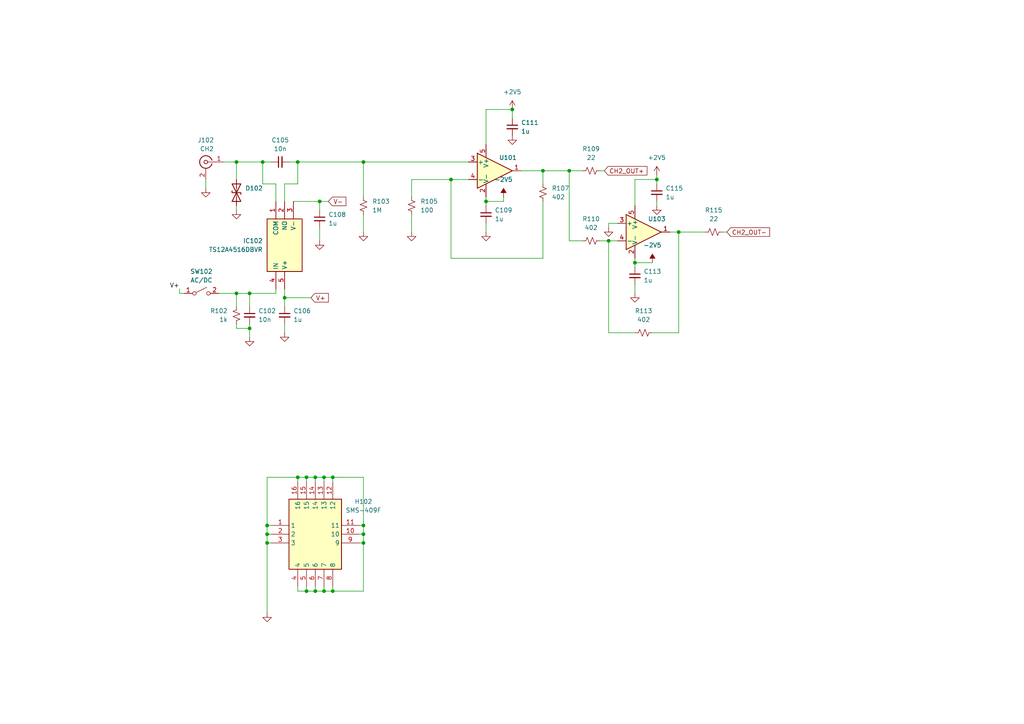
<source format=kicad_sch>
(kicad_sch (version 20230121) (generator eeschema)
  (paper "A4")
  (lib_symbols
    (symbol "Amplifier_Operational:OPA356xxDBV" (pin_names (offset 0.127))
      (property "Reference" "U" (at -1.27 6.35 0))
      (property "Value" "OPA356xxDBV" (at -1.27 3.81 0))
      (symbol "OPA356xxDBV_0_1"
        (polyline (pts (xy -5.08 5.08) (xy 5.08 0) (xy -5.08 -5.08) (xy -5.08 5.08)) (stroke (width 0.254)) (fill (type background)))
        (pin power_in line (at -2.54 -7.62 90) (length 3.81) (name "V-") (number "2"))
        (pin power_in line (at -2.54 7.62 270) (length 3.81) (name "V+") (number "5"))
      )
      (symbol "OPA356xxDBV_1_1"
        (pin output line (at 7.62 0 180) (length 2.54) (name "~") (number "1"))
        (pin input line (at -7.62 2.54 0) (length 2.54) (name "+") (number "3"))
        (pin input line (at -7.62 -2.54 0) (length 2.54) (name "-") (number "4"))
      )
    )
    (symbol "Connector:Conn_Coaxial" (pin_names (offset 1.016) hide)
      (property "Reference" "J" (at 0.254 3.048 0))
      (property "Value" "Conn_Coaxial" (at 2.921 0 90))
      (symbol "Conn_Coaxial_0_1"
        (arc (start -1.778 -0.508) (mid 0.2311 -1.8066) (end 1.778 0) (stroke (width 0.254)))
        (polyline (pts (xy -2.54 0) (xy -0.508 0)))
        (polyline (pts (xy 0 -2.54) (xy 0 -1.778)))
        (circle (center 0 0) (radius 0.508) (stroke (width 0.2032)))
        (arc (start 1.778 0) (mid 0.2099 1.8101) (end -1.778 0.508) (stroke (width 0.254)))
      )
      (symbol "Conn_Coaxial_1_1"
        (pin passive line (at -5.08 0 0) (length 2.54) (name "In") (number "1"))
        (pin passive line (at 0 -5.08 90) (length 2.54) (name "Ext") (number "2"))
      )
    )
    (symbol "Device:C_Small" (pin_numbers hide) (pin_names (offset 0.254) hide)
      (property "Reference" "C" (at 0.254 1.778 0))
      (property "Value" "C_Small" (at 0.254 -2.032 0))
      (symbol "C_Small_0_1"
        (polyline (pts (xy -1.524 -0.508) (xy 1.524 -0.508)) (stroke (width 0.3302)))
        (polyline (pts (xy -1.524 0.508) (xy 1.524 0.508)) (stroke (width 0.3048)))
      )
      (symbol "C_Small_1_1"
        (pin passive line (at 0 2.54 270) (length 2.032) (name "~") (number "1"))
        (pin passive line (at 0 -2.54 90) (length 2.032) (name "~") (number "2"))
      )
    )
    (symbol "Device:D_TVS" (pin_numbers hide) (pin_names (offset 1.016) hide)
      (property "Reference" "D" (at 0 2.54 0))
      (property "Value" "D_TVS" (at 0 -2.54 0))
      (symbol "D_TVS_0_1"
        (polyline (pts (xy 1.27 0) (xy -1.27 0)))
        (polyline (pts (xy 0.508 1.27) (xy 0 1.27) (xy 0 -1.27) (xy -0.508 -1.27)) (stroke (width 0.254)))
        (polyline (pts (xy -2.54 1.27) (xy -2.54 -1.27) (xy 2.54 1.27) (xy 2.54 -1.27) (xy -2.54 1.27)) (stroke (width 0.254)))
      )
      (symbol "D_TVS_1_1"
        (pin passive line (at -3.81 0 0) (length 2.54) (name "A1") (number "1"))
        (pin passive line (at 3.81 0 180) (length 2.54) (name "A2") (number "2"))
      )
    )
    (symbol "Device:R_Small_US" (pin_numbers hide) (pin_names (offset 0.254) hide)
      (property "Reference" "R" (at 0.762 0.508 0))
      (property "Value" "R_Small_US" (at 0.762 -1.016 0))
      (symbol "R_Small_US_1_1"
        (polyline (pts (xy 0 0) (xy 1.016 -0.381) (xy 0 -0.762) (xy -1.016 -1.143) (xy 0 -1.524)))
        (polyline (pts (xy 0 1.524) (xy 1.016 1.143) (xy 0 0.762) (xy -1.016 0.381) (xy 0 0)))
        (pin passive line (at 0 2.54 270) (length 1.016) (name "~") (number "1"))
        (pin passive line (at 0 -2.54 90) (length 1.016) (name "~") (number "2"))
      )
    )
    (symbol "SMS409F:SMS-409F"
      (property "Reference" "H" (at 21.59 12.7 0))
      (property "Value" "SMS-409F" (at 21.59 10.16 0))
      (symbol "SMS-409F_1_1"
        (rectangle (start 5.08 7.62) (end 20.32 -12.7) (stroke (width 0.254)) (fill (type background)))
        (pin passive line (at 0 0 0) (length 5.08) (name "1") (number "1"))
        (pin passive line (at 25.4 -2.54 180) (length 5.08) (name "10") (number "10"))
        (pin passive line (at 25.4 0 180) (length 5.08) (name "11") (number "11"))
        (pin passive line (at 17.78 12.7 270) (length 5.08) (name "12") (number "12"))
        (pin passive line (at 15.24 12.7 270) (length 5.08) (name "13") (number "13"))
        (pin passive line (at 12.7 12.7 270) (length 5.08) (name "14") (number "14"))
        (pin passive line (at 10.16 12.7 270) (length 5.08) (name "15") (number "15"))
        (pin passive line (at 7.62 12.7 270) (length 5.08) (name "16") (number "16"))
        (pin passive line (at 0 -2.54 0) (length 5.08) (name "2") (number "2"))
        (pin passive line (at 0 -5.08 0) (length 5.08) (name "3") (number "3"))
        (pin passive line (at 7.62 -17.78 90) (length 5.08) (name "4") (number "4"))
        (pin passive line (at 10.16 -17.78 90) (length 5.08) (name "5") (number "5"))
        (pin passive line (at 12.7 -17.78 90) (length 5.08) (name "6") (number "6"))
        (pin passive line (at 15.24 -17.78 90) (length 5.08) (name "7") (number "7"))
        (pin passive line (at 17.78 -17.78 90) (length 5.08) (name "8") (number "8"))
        (pin passive line (at 25.4 -5.08 180) (length 5.08) (name "9") (number "9"))
      )
    )
    (symbol "Switch:SW_SPST" (pin_names (offset 0) hide)
      (property "Reference" "SW" (at 0 3.175 0))
      (property "Value" "SW_SPST" (at 0 -2.54 0))
      (symbol "SW_SPST_0_0"
        (circle (center -2.032 0) (radius 0.508))
        (polyline (pts (xy -1.524 0.254) (xy 1.524 1.778)))
        (circle (center 2.032 0) (radius 0.508))
      )
      (symbol "SW_SPST_1_1"
        (pin passive line (at -5.08 0 0) (length 2.54) (name "A") (number "1"))
        (pin passive line (at 5.08 0 180) (length 2.54) (name "B") (number "2"))
      )
    )
    (symbol "TS12A4516:TS12A4516DBVR"
      (property "Reference" "IC" (at 21.59 7.62 0))
      (property "Value" "TS12A4516DBVR" (at 21.59 5.08 0))
      (symbol "TS12A4516DBVR_1_1"
        (rectangle (start 5.08 2.54) (end 20.32 -7.62) (stroke (width 0.254)) (fill (type background)))
        (pin passive line (at 0 0 0) (length 5.08) (name "COM") (number "1"))
        (pin passive line (at 0 -2.54 0) (length 5.08) (name "NO") (number "2"))
        (pin passive line (at 0 -5.08 0) (length 5.08) (name "V-") (number "3"))
        (pin passive line (at 25.4 0 180) (length 5.08) (name "IN") (number "4"))
        (pin passive line (at 25.4 -2.54 180) (length 5.08) (name "V+") (number "5"))
      )
    )
    (symbol "power:+2V5" (power) (pin_names (offset 0))
      (property "Value" "+2V5" (at 0 3.556 0))
      (symbol "+2V5_0_1"
        (polyline (pts (xy -0.762 1.27) (xy 0 2.54)))
        (polyline (pts (xy 0 0) (xy 0 2.54)))
        (polyline (pts (xy 0 2.54) (xy 0.762 1.27)))
      )
      (symbol "+2V5_1_1"
        (pin power_in line (at 0 0 90) (length 0) hide (name "+2V5") (number "1"))
      )
    )
    (symbol "power:-2V5" (power) (pin_names (offset 0))
      (property "Value" "-2V5" (at 0 3.81 0))
      (symbol "-2V5_0_0"
        (pin power_in line (at 0 0 90) (length 0) hide (name "-2V5") (number "1"))
      )
      (symbol "-2V5_0_1"
        (polyline (pts (xy 0 0) (xy 0 1.27) (xy 0.762 1.27) (xy 0 2.54) (xy -0.762 1.27) (xy 0 1.27)) (fill (type outline)))
      )
    )
    (symbol "power:GND" (power) (pin_names (offset 0))
      (property "Value" "GND" (at 0 -3.81 0))
      (symbol "GND_0_1"
        (polyline (pts (xy 0 0) (xy 0 -1.27) (xy 1.27 -1.27) (xy 0 -2.54) (xy -1.27 -1.27) (xy 0 -1.27)))
      )
      (symbol "GND_1_1"
        (pin power_in line (at 0 0 270) (length 0) hide (name "GND") (number "1"))
      )
    )
  )
  (junction (at 86.36 138.43))
  (junction (at 91.44 138.43))
  (junction (at 184.15 76.2))
  (junction (at 68.58 85.09))
  (junction (at 130.81 52.07))
  (junction (at 157.48 49.53))
  (junction (at 82.55 86.36))
  (junction (at 96.52 138.43))
  (junction (at 77.47 152.4))
  (junction (at 91.44 171.45))
  (junction (at 77.47 157.48))
  (junction (at 165.1 49.53))
  (junction (at 96.52 171.45))
  (junction (at 176.53 69.85))
  (junction (at 68.58 46.99))
  (junction (at 77.47 154.94))
  (junction (at 88.9 171.45))
  (junction (at 196.85 67.31))
  (junction (at 92.71 58.42))
  (junction (at 140.97 58.42))
  (junction (at 88.9 138.43))
  (junction (at 190.5 52.07))
  (junction (at 105.41 152.4))
  (junction (at 105.41 154.94))
  (junction (at 105.41 157.48))
  (junction (at 93.98 171.45))
  (junction (at 72.39 85.09))
  (junction (at 76.2 46.99))
  (junction (at 93.98 138.43))
  (junction (at 72.39 95.25))
  (junction (at 86.36 46.99))
  (junction (at 105.41 46.99))
  (junction (at 148.59 31.75))
  (wire (pts (xy 77.47 152.4) (xy 77.47 138.43)))
  (wire (pts (xy 68.58 59.69) (xy 68.58 60.96)))
  (wire (pts (xy 165.1 49.53) (xy 165.1 69.85)))
  (wire (pts (xy 105.41 157.48) (xy 105.41 171.45)))
  (wire (pts (xy 140.97 58.42) (xy 146.05 58.42)))
  (wire (pts (xy 82.55 53.34) (xy 86.36 53.34)))
  (wire (pts (xy 83.82 46.99) (xy 86.36 46.99)))
  (wire (pts (xy 68.58 46.99) (xy 68.58 52.07)))
  (wire (pts (xy 72.39 95.25) (xy 72.39 97.79)))
  (wire (pts (xy 59.69 52.07) (xy 59.69 54.61)))
  (wire (pts (xy 92.71 66.04) (xy 92.71 69.85)))
  (wire (pts (xy 92.71 58.42) (xy 95.25 58.42)))
  (wire (pts (xy 148.59 34.29) (xy 148.59 31.75)))
  (wire (pts (xy 157.48 74.93) (xy 130.81 74.93)))
  (wire (pts (xy 140.97 64.77) (xy 140.97 67.31)))
  (wire (pts (xy 140.97 58.42) (xy 140.97 59.69)))
  (wire (pts (xy 184.15 96.52) (xy 176.53 96.52)))
  (wire (pts (xy 176.53 64.77) (xy 176.53 66.04)))
  (wire (pts (xy 88.9 170.18) (xy 88.9 171.45)))
  (wire (pts (xy 91.44 138.43) (xy 93.98 138.43)))
  (wire (pts (xy 209.55 67.31) (xy 210.82 67.31)))
  (wire (pts (xy 135.89 52.07) (xy 130.81 52.07)))
  (wire (pts (xy 157.48 58.42) (xy 157.48 74.93)))
  (wire (pts (xy 184.15 74.93) (xy 184.15 76.2)))
  (wire (pts (xy 91.44 170.18) (xy 91.44 171.45)))
  (wire (pts (xy 93.98 138.43) (xy 96.52 138.43)))
  (wire (pts (xy 93.98 138.43) (xy 93.98 139.7)))
  (wire (pts (xy 53.34 85.09) (xy 52.07 85.09)))
  (wire (pts (xy 92.71 60.96) (xy 92.71 58.42)))
  (wire (pts (xy 165.1 49.53) (xy 168.91 49.53)))
  (wire (pts (xy 105.41 152.4) (xy 105.41 154.94)))
  (wire (pts (xy 88.9 171.45) (xy 86.36 171.45)))
  (wire (pts (xy 104.14 152.4) (xy 105.41 152.4)))
  (wire (pts (xy 157.48 49.53) (xy 157.48 53.34)))
  (wire (pts (xy 76.2 46.99) (xy 78.74 46.99)))
  (wire (pts (xy 140.97 31.75) (xy 140.97 41.91)))
  (wire (pts (xy 184.15 76.2) (xy 184.15 77.47)))
  (wire (pts (xy 86.36 46.99) (xy 86.36 53.34)))
  (wire (pts (xy 86.36 138.43) (xy 88.9 138.43)))
  (wire (pts (xy 96.52 170.18) (xy 96.52 171.45)))
  (wire (pts (xy 86.36 138.43) (xy 86.36 139.7)))
  (wire (pts (xy 194.31 67.31) (xy 196.85 67.31)))
  (wire (pts (xy 77.47 154.94) (xy 77.47 152.4)))
  (wire (pts (xy 190.5 58.42) (xy 190.5 59.69)))
  (wire (pts (xy 130.81 52.07) (xy 119.38 52.07)))
  (wire (pts (xy 104.14 154.94) (xy 105.41 154.94)))
  (wire (pts (xy 173.99 49.53) (xy 175.26 49.53)))
  (wire (pts (xy 105.41 62.23) (xy 105.41 67.31)))
  (wire (pts (xy 77.47 152.4) (xy 78.74 152.4)))
  (wire (pts (xy 72.39 85.09) (xy 80.01 85.09)))
  (wire (pts (xy 190.5 50.8) (xy 190.5 52.07)))
  (wire (pts (xy 184.15 52.07) (xy 190.5 52.07)))
  (wire (pts (xy 176.53 69.85) (xy 179.07 69.85)))
  (wire (pts (xy 77.47 177.8) (xy 77.47 157.48)))
  (wire (pts (xy 86.36 46.99) (xy 105.41 46.99)))
  (wire (pts (xy 119.38 52.07) (xy 119.38 57.15)))
  (wire (pts (xy 68.58 46.99) (xy 76.2 46.99)))
  (wire (pts (xy 64.77 46.99) (xy 68.58 46.99)))
  (wire (pts (xy 68.58 95.25) (xy 72.39 95.25)))
  (wire (pts (xy 148.59 31.75) (xy 140.97 31.75)))
  (wire (pts (xy 173.99 69.85) (xy 176.53 69.85)))
  (wire (pts (xy 176.53 96.52) (xy 176.53 69.85)))
  (wire (pts (xy 184.15 59.69) (xy 184.15 52.07)))
  (wire (pts (xy 104.14 157.48) (xy 105.41 157.48)))
  (wire (pts (xy 82.55 86.36) (xy 82.55 83.82)))
  (wire (pts (xy 72.39 93.98) (xy 72.39 95.25)))
  (wire (pts (xy 77.47 157.48) (xy 77.47 154.94)))
  (wire (pts (xy 82.55 86.36) (xy 82.55 88.9)))
  (wire (pts (xy 80.01 85.09) (xy 80.01 83.82)))
  (wire (pts (xy 184.15 82.55) (xy 184.15 85.09)))
  (wire (pts (xy 189.23 96.52) (xy 196.85 96.52)))
  (wire (pts (xy 96.52 171.45) (xy 93.98 171.45)))
  (wire (pts (xy 119.38 62.23) (xy 119.38 67.31)))
  (wire (pts (xy 91.44 138.43) (xy 91.44 139.7)))
  (wire (pts (xy 86.36 171.45) (xy 86.36 170.18)))
  (wire (pts (xy 52.07 85.09) (xy 52.07 83.82)))
  (wire (pts (xy 72.39 85.09) (xy 72.39 88.9)))
  (wire (pts (xy 96.52 138.43) (xy 96.52 139.7)))
  (wire (pts (xy 190.5 52.07) (xy 190.5 53.34)))
  (wire (pts (xy 93.98 170.18) (xy 93.98 171.45)))
  (wire (pts (xy 179.07 64.77) (xy 176.53 64.77)))
  (wire (pts (xy 88.9 138.43) (xy 88.9 139.7)))
  (wire (pts (xy 63.5 85.09) (xy 68.58 85.09)))
  (wire (pts (xy 68.58 88.9) (xy 68.58 85.09)))
  (wire (pts (xy 76.2 46.99) (xy 76.2 53.34)))
  (wire (pts (xy 105.41 57.15) (xy 105.41 46.99)))
  (wire (pts (xy 77.47 157.48) (xy 78.74 157.48)))
  (wire (pts (xy 68.58 85.09) (xy 72.39 85.09)))
  (wire (pts (xy 151.13 49.53) (xy 157.48 49.53)))
  (wire (pts (xy 105.41 138.43) (xy 105.41 152.4)))
  (wire (pts (xy 80.01 53.34) (xy 76.2 53.34)))
  (wire (pts (xy 77.47 154.94) (xy 78.74 154.94)))
  (wire (pts (xy 88.9 138.43) (xy 91.44 138.43)))
  (wire (pts (xy 130.81 74.93) (xy 130.81 52.07)))
  (wire (pts (xy 105.41 154.94) (xy 105.41 157.48)))
  (wire (pts (xy 146.05 57.15) (xy 146.05 58.42)))
  (wire (pts (xy 96.52 138.43) (xy 105.41 138.43)))
  (wire (pts (xy 93.98 171.45) (xy 91.44 171.45)))
  (wire (pts (xy 82.55 58.42) (xy 82.55 53.34)))
  (wire (pts (xy 82.55 93.98) (xy 82.55 96.52)))
  (wire (pts (xy 140.97 57.15) (xy 140.97 58.42)))
  (wire (pts (xy 80.01 53.34) (xy 80.01 58.42)))
  (wire (pts (xy 196.85 67.31) (xy 204.47 67.31)))
  (wire (pts (xy 184.15 76.2) (xy 189.23 76.2)))
  (wire (pts (xy 168.91 69.85) (xy 165.1 69.85)))
  (wire (pts (xy 82.55 86.36) (xy 90.17 86.36)))
  (wire (pts (xy 77.47 138.43) (xy 86.36 138.43)))
  (wire (pts (xy 196.85 67.31) (xy 196.85 96.52)))
  (wire (pts (xy 105.41 46.99) (xy 135.89 46.99)))
  (wire (pts (xy 85.09 58.42) (xy 92.71 58.42)))
  (wire (pts (xy 105.41 171.45) (xy 96.52 171.45)))
  (wire (pts (xy 91.44 171.45) (xy 88.9 171.45)))
  (wire (pts (xy 68.58 93.98) (xy 68.58 95.25)))
  (wire (pts (xy 157.48 49.53) (xy 165.1 49.53)))
  (label "V+" (at 52.07 83.82 180))
  (global_label "CH2_OUT+" (shape input) (at 175.26 49.53 0) (property "Intersheetrefs" "${INTERSHEET_REFS}" (effects hide)))
  (global_label "V+" (shape input) (at 90.17 86.36 0) (property "Intersheetrefs" "${INTERSHEET_REFS}" (effects hide)))
  (global_label "CH2_OUT-" (shape input) (at 210.82 67.31 0) (property "Intersheetrefs" "${INTERSHEET_REFS}" (effects hide)))
  (global_label "V-" (shape input) (at 95.25 58.42 0) (property "Intersheetrefs" "${INTERSHEET_REFS}" (effects hide)))
  (symbol (lib_id "power:GND") (at 92.71 69.85 0) (unit 1)
    (property "Reference" "#PWR0108" (effects hide))
    (property "Value" "GND" (effects hide))
    (instances (project "AD3 Front End Amplifier" (path "" (reference "#PWR0108") (unit 1)) (path "" (reference "#PWR0306") (unit 1))))
  )
  (symbol (lib_id "power:+2V5") (at 148.59 31.75 0) (unit 1)
    (property "Reference" "#PWR0117" (effects hide))
    (property "Value" "+2V5" (at 148.59 26.67 0))
    (instances (project "AD3 Front End Amplifier" (path "" (reference "#PWR0117") (unit 1)) (path "" (reference "#PWR0311") (unit 1))))
  )
  (symbol (lib_id "TS12A4516:TS12A4516DBVR") (at 80.01 58.42 90) (mirror x) (unit 1)
    (property "Reference" "IC102" (at 76.2 69.85 90) (effects (justify left)))
    (property "Value" "TS12A4516DBVR" (at 76.2 72.39 90) (effects (justify left)))
    (property "Footprint" "SOT95P280X145-5N" (effects hide))
    (property "Datasheet" "http://www.ti.com/lit/gpn/ts12a4516" (effects hide))
    (property "Height" "1.45" (effects hide))
    (property "Mouser Part Number" "595-TS12A4516DBVR" (effects hide))
    (property "Mouser Price/Stock" "https://www.mouser.co.uk/ProductDetail/Texas-Instruments/TS12A4516DBVR?qs=dqESbKqT1jaKM3WQIV4F8g%3D%3D" (effects hide))
    (property "Manufacturer_Name" "Texas Instruments" (effects hide))
    (property "Manufacturer_Part_Number" "TS12A4516DBVR" (effects hide))
    (instances (project "AD3 Front End Amplifier" (path "" (reference "IC102") (unit 1)) (path "" (reference "IC301") (unit 1))))
  )
  (symbol (lib_id "Device:R_Small_US") (at 171.45 69.85 270) (unit 1)
    (property "Reference" "R110" (at 171.45 63.5 90))
    (property "Value" "402" (at 171.45 66.04 90))
    (property "Footprint" "Resistor_SMD:R_0402_1005Metric_Pad0.72x0.64mm_HandSolder" (effects hide))
    (instances (project "AD3 Front End Amplifier" (path "" (reference "R110") (unit 1)) (path "" (reference "R306") (unit 1))))
  )
  (symbol (lib_id "power:GND") (at 72.39 97.79 0) (unit 1)
    (property "Reference" "#PWR0104" (effects hide))
    (property "Value" "GND" (effects hide))
    (instances (project "AD3 Front End Amplifier" (path "" (reference "#PWR0104") (unit 1)) (path "" (reference "#PWR0303") (unit 1))))
  )
  (symbol (lib_id "Device:D_TVS") (at 68.58 55.88 90) (unit 1)
    (property "Reference" "D102" (at 71.12 54.61 90) (effects (justify right)))
    (property "Value" "D_TVS" (effects hide))
    (property "Footprint" "Diode_SMD:D_0402_1005Metric_Pad0.77x0.64mm_HandSolder" (effects hide))
    (property "Part Number" "ESDSLC5V0LB-TP" (effects hide))
    (instances (project "AD3 Front End Amplifier" (path "" (reference "D102") (unit 1)) (path "" (reference "D301") (unit 1))))
  )
  (symbol (lib_id "Device:C_Small") (at 140.97 62.23 0) (unit 1)
    (property "Reference" "C109" (at 143.51 60.9663 0) (effects (justify left)))
    (property "Value" "1u" (at 143.51 63.5 0) (effects (justify left)))
    (property "Footprint" "Capacitor_SMD:C_0402_1005Metric_Pad0.74x0.62mm_HandSolder" (effects hide))
    (instances (project "AD3 Front End Amplifier" (path "" (reference "C109") (unit 1)) (path "" (reference "C305") (unit 1))))
  )
  (symbol (lib_id "Device:C_Small") (at 190.5 55.88 0) (unit 1)
    (property "Reference" "C115" (at 193.04 54.6163 0) (effects (justify left)))
    (property "Value" "1u" (at 193.04 57.15 0) (effects (justify left)))
    (property "Footprint" "Capacitor_SMD:C_0402_1005Metric_Pad0.74x0.62mm_HandSolder" (effects hide))
    (instances (project "AD3 Front End Amplifier" (path "" (reference "C115") (unit 1)) (path "" (reference "C308") (unit 1))))
  )
  (symbol (lib_id "Amplifier_Operational:OPA356xxDBV") (at 143.51 49.53 0) (unit 1)
    (property "Reference" "U101" (at 147.32 45.72 0))
    (property "Value" "OPA356xxDBV" (effects hide))
    (property "Footprint" "Package_TO_SOT_SMD:SOT-23-5" (effects hide))
    (property "Datasheet" "http://www.ti.com/lit/ds/symlink/opa356.pdf" (effects hide))
    (instances (project "AD3 Front End Amplifier" (path "" (reference "U101") (unit 1)) (path "" (reference "U301") (unit 1))))
  )
  (symbol (lib_id "power:GND") (at 105.41 67.31 0) (unit 1)
    (property "Reference" "#PWR0109" (effects hide))
    (property "Value" "GND" (effects hide))
    (instances (project "AD3 Front End Amplifier" (path "" (reference "#PWR0109") (unit 1)) (path "" (reference "#PWR0307") (unit 1))))
  )
  (symbol (lib_id "Device:C_Small") (at 92.71 63.5 0) (unit 1)
    (property "Reference" "C108" (at 95.25 62.2363 0) (effects (justify left)))
    (property "Value" "1u" (at 95.25 64.77 0) (effects (justify left)))
    (property "Footprint" "Capacitor_SMD:C_0402_1005Metric_Pad0.74x0.62mm_HandSolder" (effects hide))
    (instances (project "AD3 Front End Amplifier" (path "" (reference "C108") (unit 1)) (path "" (reference "C304") (unit 1))))
  )
  (symbol (lib_id "power:GND") (at 140.97 67.31 0) (unit 1)
    (property "Reference" "#PWR0113" (effects hide))
    (property "Value" "GND" (effects hide))
    (instances (project "AD3 Front End Amplifier" (path "" (reference "#PWR0113") (unit 1)) (path "" (reference "#PWR0309") (unit 1))))
  )
  (symbol (lib_id "Device:R_Small_US") (at 119.38 59.69 0) (unit 1)
    (property "Reference" "R105" (at 121.92 58.42 0) (effects (justify left)))
    (property "Value" "100" (at 121.92 60.96 0) (effects (justify left)))
    (property "Footprint" "Resistor_SMD:R_0402_1005Metric_Pad0.72x0.64mm_HandSolder" (effects hide))
    (instances (project "AD3 Front End Amplifier" (path "" (reference "R105") (unit 1)) (path "" (reference "R303") (unit 1))))
  )
  (symbol (lib_id "power:-2V5") (at 189.23 76.2 0) (unit 1)
    (property "Reference" "#PWR0125" (effects hide))
    (property "Value" "-2V5" (at 189.23 71.12 0))
    (instances (project "AD3 Front End Amplifier" (path "" (reference "#PWR0125") (unit 1)) (path "" (reference "#PWR0315") (unit 1))))
  )
  (symbol (lib_id "Device:R_Small_US") (at 68.58 91.44 0) (mirror y) (unit 1)
    (property "Reference" "R102" (at 66.04 90.17 0) (effects (justify left)))
    (property "Value" "1k" (at 66.04 92.71 0) (effects (justify left)))
    (property "Footprint" "Resistor_SMD:R_0402_1005Metric_Pad0.72x0.64mm_HandSolder" (effects hide))
    (instances (project "AD3 Front End Amplifier" (path "" (reference "R102") (unit 1)) (path "" (reference "R301") (unit 1))))
  )
  (symbol (lib_id "Device:R_Small_US") (at 105.41 59.69 0) (unit 1)
    (property "Reference" "R103" (at 107.95 58.42 0) (effects (justify left)))
    (property "Value" "1M" (at 107.95 60.96 0) (effects (justify left)))
    (property "Footprint" "Resistor_SMD:R_0805_2012Metric_Pad1.20x1.40mm_HandSolder" (effects hide))
    (instances (project "AD3 Front End Amplifier" (path "" (reference "R103") (unit 1)) (path "" (reference "R302") (unit 1))))
  )
  (symbol (lib_id "Device:C_Small") (at 82.55 91.44 0) (unit 1)
    (property "Reference" "C106" (at 85.09 90.1763 0) (effects (justify left)))
    (property "Value" "1u" (at 85.09 92.71 0) (effects (justify left)))
    (property "Footprint" "Capacitor_SMD:C_0402_1005Metric_Pad0.74x0.62mm_HandSolder" (effects hide))
    (instances (project "AD3 Front End Amplifier" (path "" (reference "C106") (unit 1)) (path "" (reference "C303") (unit 1))))
  )
  (symbol (lib_id "Device:R_Small_US") (at 171.45 49.53 90) (unit 1)
    (property "Reference" "R109" (at 171.45 43.18 90))
    (property "Value" "22" (at 171.45 45.72 90))
    (property "Footprint" "Resistor_SMD:R_0402_1005Metric_Pad0.72x0.64mm_HandSolder" (effects hide))
    (instances (project "AD3 Front End Amplifier" (path "" (reference "R109") (unit 1)) (path "" (reference "R305") (unit 1))))
  )
  (symbol (lib_id "power:+2V5") (at 190.5 50.8 0) (unit 1)
    (property "Reference" "#PWR0126" (effects hide))
    (property "Value" "+2V5" (at 190.5 45.72 0))
    (instances (project "AD3 Front End Amplifier" (path "" (reference "#PWR0126") (unit 1)) (path "" (reference "#PWR0316") (unit 1))))
  )
  (symbol (lib_id "Device:R_Small_US") (at 186.69 96.52 270) (unit 1)
    (property "Reference" "R113" (at 186.69 90.17 90))
    (property "Value" "402" (at 186.69 92.71 90))
    (property "Footprint" "Resistor_SMD:R_0402_1005Metric_Pad0.72x0.64mm_HandSolder" (effects hide))
    (instances (project "AD3 Front End Amplifier" (path "" (reference "R113") (unit 1)) (path "" (reference "R307") (unit 1))))
  )
  (symbol (lib_id "Device:C_Small") (at 81.28 46.99 90) (unit 1)
    (property "Reference" "C105" (at 81.2863 40.64 90))
    (property "Value" "10n" (at 81.2863 43.18 90))
    (property "Footprint" "Capacitor_SMD:C_0805_2012Metric_Pad1.18x1.45mm_HandSolder" (effects hide))
    (property "Part Number" "ECH-U1C103JX5" (effects hide))
    (instances (project "AD3 Front End Amplifier" (path "" (reference "C105") (unit 1)) (path "" (reference "C302") (unit 1))))
  )
  (symbol (lib_id "Connector:Conn_Coaxial") (at 59.69 46.99 0) (mirror y) (unit 1)
    (property "Reference" "J102" (at 59.69 40.64 0))
    (property "Value" "CH2" (at 60.0074 43.18 0))
    (property "Footprint" "Connector_Coaxial:BNC_Amphenol_B6252HB-NPP3G-50_Horizontal" (effects hide))
    (property "Datasheet" " ~" (effects hide))
    (instances (project "AD3 Front End Amplifier" (path "" (reference "J102") (unit 1)) (path "" (reference "J301") (unit 1))))
  )
  (symbol (lib_id "Device:C_Small") (at 148.59 36.83 0) (unit 1)
    (property "Reference" "C111" (at 151.13 35.5663 0) (effects (justify left)))
    (property "Value" "1u" (at 151.13 38.1 0) (effects (justify left)))
    (property "Footprint" "Capacitor_SMD:C_0402_1005Metric_Pad0.74x0.62mm_HandSolder" (effects hide))
    (instances (project "AD3 Front End Amplifier" (path "" (reference "C111") (unit 1)) (path "" (reference "C306") (unit 1))))
  )
  (symbol (lib_id "Device:R_Small_US") (at 207.01 67.31 90) (unit 1)
    (property "Reference" "R115" (at 207.01 60.96 90))
    (property "Value" "22" (at 207.01 63.5 90))
    (property "Footprint" "Resistor_SMD:R_0402_1005Metric_Pad0.72x0.64mm_HandSolder" (effects hide))
    (instances (project "AD3 Front End Amplifier" (path "" (reference "R115") (unit 1)) (path "" (reference "R308") (unit 1))))
  )
  (symbol (lib_id "power:GND") (at 77.47 177.8 0) (unit 1)
    (property "Reference" "#PWR0155" (effects hide))
    (property "Value" "GND" (effects hide))
    (instances (project "AD3 Front End Amplifier" (path "" (reference "#PWR0155") (unit 1)) (path "" (reference "#PWR0304") (unit 1))))
  )
  (symbol (lib_id "SMS409F:SMS-409F") (at 78.74 152.4 0) (unit 1)
    (property "Reference" "H102" (at 105.41 145.4719 0))
    (property "Value" "SMS-409F" (at 105.41 148.0119 0))
    (property "Footprint" "SMS409F" (effects hide))
    (property "Datasheet" "https://leadertechinc.com/wp-content/uploads/2016/04/SMS-409-REV-A.pdf" (effects hide))
    (property "Height" "7.1374" (effects hide))
    (property "Mouser Part Number" "861-SMS-409F" (effects hide))
    (property "Mouser Price/Stock" "https://www.mouser.co.uk/ProductDetail/LeaderTech/SMS-409F?qs=Em4Ro3wiPJgc%2FfAAERmXkQ%3D%3D" (effects hide))
    (property "Manufacturer_Name" "Leader Tech Inc." (effects hide))
    (property "Manufacturer_Part_Number" "SMS-409F" (effects hide))
    (instances (project "AD3 Front End Amplifier" (path "" (reference "H102") (unit 1)) (path "" (reference "H301") (unit 1))))
  )
  (symbol (lib_id "power:GND") (at 176.53 66.04 0) (unit 1)
    (property "Reference" "#PWR0121" (effects hide))
    (property "Value" "GND" (effects hide))
    (instances (project "AD3 Front End Amplifier" (path "" (reference "#PWR0121") (unit 1)) (path "" (reference "#PWR0313") (unit 1))))
  )
  (symbol (lib_id "power:GND") (at 184.15 85.09 0) (unit 1)
    (property "Reference" "#PWR0123" (effects hide))
    (property "Value" "GND" (effects hide))
    (instances (project "AD3 Front End Amplifier" (path "" (reference "#PWR0123") (unit 1)) (path "" (reference "#PWR0314") (unit 1))))
  )
  (symbol (lib_id "Device:C_Small") (at 184.15 80.01 0) (unit 1)
    (property "Reference" "C113" (at 186.69 78.7463 0) (effects (justify left)))
    (property "Value" "1u" (at 186.69 81.28 0) (effects (justify left)))
    (property "Footprint" "Capacitor_SMD:C_0402_1005Metric_Pad0.74x0.62mm_HandSolder" (effects hide))
    (instances (project "AD3 Front End Amplifier" (path "" (reference "C113") (unit 1)) (path "" (reference "C307") (unit 1))))
  )
  (symbol (lib_id "power:GND") (at 119.38 67.31 0) (unit 1)
    (property "Reference" "#PWR0111" (effects hide))
    (property "Value" "GND" (effects hide))
    (instances (project "AD3 Front End Amplifier" (path "" (reference "#PWR0111") (unit 1)) (path "" (reference "#PWR0308") (unit 1))))
  )
  (symbol (lib_id "power:GND") (at 59.69 54.61 0) (unit 1)
    (property "Reference" "#PWR0102" (effects hide))
    (property "Value" "GND" (effects hide))
    (instances (project "AD3 Front End Amplifier" (path "" (reference "#PWR0102") (unit 1)) (path "" (reference "#PWR0301") (unit 1))))
  )
  (symbol (lib_id "Amplifier_Operational:OPA356xxDBV") (at 186.69 67.31 0) (unit 1)
    (property "Reference" "U103" (at 190.5 63.5 0))
    (property "Value" "OPA356xxDBV" (effects hide))
    (property "Footprint" "Package_TO_SOT_SMD:SOT-23-5" (effects hide))
    (property "Datasheet" "http://www.ti.com/lit/ds/symlink/opa356.pdf" (effects hide))
    (instances (project "AD3 Front End Amplifier" (path "" (reference "U103") (unit 1)) (path "" (reference "U302") (unit 1))))
  )
  (symbol (lib_id "power:-2V5") (at 146.05 57.15 0) (unit 1)
    (property "Reference" "#PWR0115" (effects hide))
    (property "Value" "-2V5" (at 146.05 52.07 0))
    (instances (project "AD3 Front End Amplifier" (path "" (reference "#PWR0115") (unit 1)) (path "" (reference "#PWR0310") (unit 1))))
  )
  (symbol (lib_id "power:GND") (at 82.55 96.52 0) (unit 1)
    (property "Reference" "#PWR0106" (effects hide))
    (property "Value" "GND" (effects hide))
    (instances (project "AD3 Front End Amplifier" (path "" (reference "#PWR0106") (unit 1)) (path "" (reference "#PWR0305") (unit 1))))
  )
  (symbol (lib_id "power:GND") (at 190.5 59.69 0) (unit 1)
    (property "Reference" "#PWR0127" (effects hide))
    (property "Value" "GND" (effects hide))
    (instances (project "AD3 Front End Amplifier" (path "" (reference "#PWR0127") (unit 1)) (path "" (reference "#PWR0317") (unit 1))))
  )
  (symbol (lib_id "Device:R_Small_US") (at 157.48 55.88 180) (unit 1)
    (property "Reference" "R107" (at 160.02 54.61 0) (effects (justify right)))
    (property "Value" "402" (at 160.02 57.15 0) (effects (justify right)))
    (property "Footprint" "Resistor_SMD:R_0402_1005Metric_Pad0.72x0.64mm_HandSolder" (effects hide))
    (instances (project "AD3 Front End Amplifier" (path "" (reference "R107") (unit 1)) (path "" (reference "R304") (unit 1))))
  )
  (symbol (lib_id "power:GND") (at 68.58 60.96 0) (unit 1)
    (property "Reference" "#PWR0149" (effects hide))
    (property "Value" "GND" (effects hide))
    (instances (project "AD3 Front End Amplifier" (path "" (reference "#PWR0149") (unit 1)) (path "" (reference "#PWR0302") (unit 1))))
  )
  (symbol (lib_id "Switch:SW_SPST") (at 58.42 85.09 0) (unit 1)
    (property "Reference" "SW102" (at 58.42 78.74 0))
    (property "Value" "AC/DC" (at 58.42 81.28 0))
    (property "Footprint" "Button_Switch_THT:SW_DIP_SPSTx01_Slide_9.78x4.72mm_W7.62mm_P2.54mm" (effects hide))
    (instances (project "AD3 Front End Amplifier" (path "" (reference "SW102") (unit 1)) (path "" (reference "SW301") (unit 1))))
  )
  (symbol (lib_id "Device:C_Small") (at 72.39 91.44 0) (unit 1)
    (property "Reference" "C102" (at 74.93 90.1763 0) (effects (justify left)))
    (property "Value" "10n" (at 74.93 92.71 0) (effects (justify left)))
    (property "Footprint" "Capacitor_SMD:C_0402_1005Metric_Pad0.74x0.62mm_HandSolder" (effects hide))
    (instances (project "AD3 Front End Amplifier" (path "" (reference "C102") (unit 1)) (path "" (reference "C301") (unit 1))))
  )
  (symbol (lib_id "power:GND") (at 148.59 39.37 0) (unit 1)
    (property "Reference" "#PWR0118" (effects hide))
    (property "Value" "GND" (effects hide))
    (instances (project "AD3 Front End Amplifier" (path "" (reference "#PWR0118") (unit 1)) (path "" (reference "#PWR0312") (unit 1))))
  )
)
</source>
